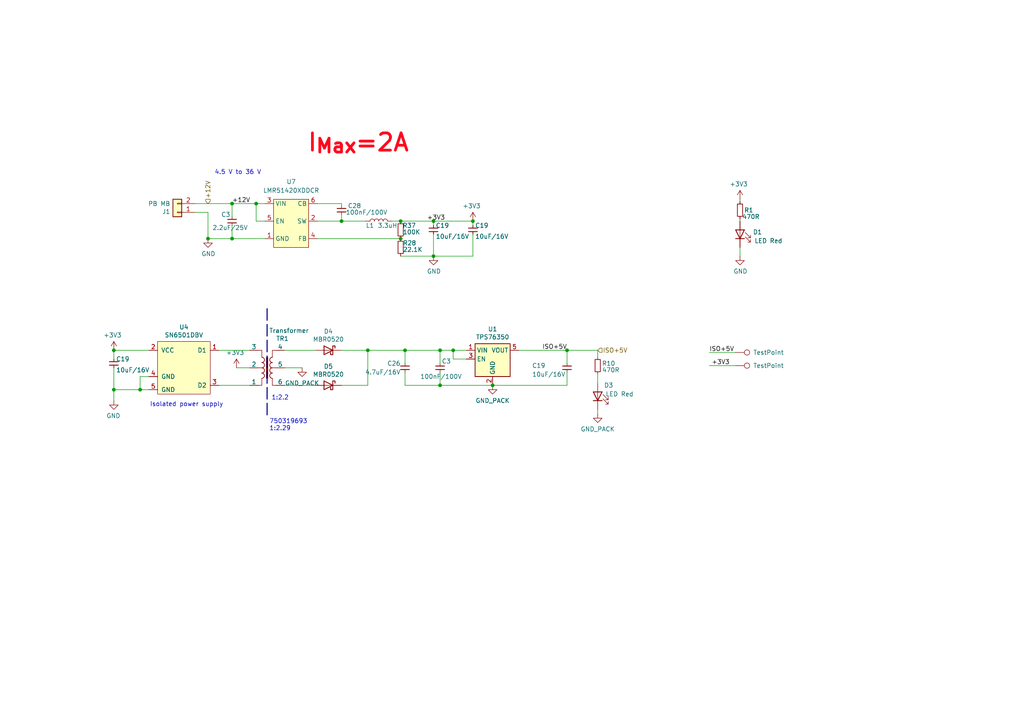
<source format=kicad_sch>
(kicad_sch (version 20231120) (generator "eeschema") (generator_version "8.0")
  (paper "A4")
  (title_block (date "2023-10-19") (rev "V0.1") (company "teTra"))
  (lib_symbols
    (symbol "Connector:TestPoint" (pin_numbers hide) (pin_names (offset 0.762) hide)
      (property "Reference" "TP" (at 0 6.858 0))
      (property "Value" "TestPoint" (at 0 5.08 0))
      (symbol "TestPoint_0_1"
        (circle (center 0 3.302) (radius 0.762))
      )
      (symbol "TestPoint_1_1"
        (pin passive line (at 0 0 90) (length 2.54) (name "1") (number "1"))
      )
    )
    (symbol "Connector_Generic:Conn_01x02" (pin_names (offset 1.016) hide)
      (property "Reference" "J" (at 0 2.54 0))
      (property "Value" "Conn_01x02" (at 0 -5.08 0))
      (symbol "Conn_01x02_1_1"
        (rectangle (start -1.27 -2.413) (end 0 -2.667) (stroke (width 0.1524)))
        (rectangle (start -1.27 0.127) (end 0 -0.127) (stroke (width 0.1524)))
        (rectangle (start -1.27 1.27) (end 1.27 -3.81) (stroke (width 0.254)) (fill (type background)))
        (pin passive line (at -5.08 0 0) (length 3.81) (name "Pin_1") (number "1"))
        (pin passive line (at -5.08 -2.54 0) (length 3.81) (name "Pin_2") (number "2"))
      )
    )
    (symbol "Device:C" (pin_numbers hide) (pin_names (offset 0.254))
      (property "Reference" "C" (at 0.635 2.54 0))
      (property "Value" "C" (at 0.635 -2.54 0))
      (symbol "C_1_1"
        (polyline (pts (xy -1.27 -0.508) (xy 1.27 -0.508)) (stroke (width 0.254)))
        (polyline (pts (xy -1.27 0.508) (xy 1.27 0.508)) (stroke (width 0.254)))
        (pin passive line (at 0 1.27 270) (length 0.762) (name "~") (number "1"))
        (pin passive line (at 0 -1.27 90) (length 0.762) (name "~") (number "2"))
      )
    )
    (symbol "Device:L" (pin_numbers hide) (pin_names (offset 1.016) hide)
      (property "Reference" "L" (at -1.27 0 90))
      (property "Value" "L" (at 1.905 0 90))
      (symbol "L_0_1"
        (arc (start 0 -2.54) (mid 0.6323 -1.905) (end 0 -1.27))
        (arc (start 0 -1.27) (mid 0.6323 -0.635) (end 0 0))
        (arc (start 0 0) (mid 0.6323 0.635) (end 0 1.27))
        (arc (start 0 1.27) (mid 0.6323 1.905) (end 0 2.54))
      )
      (symbol "L_1_1"
        (pin passive line (at 0 3.81 270) (length 1.27) (name "1") (number "1"))
        (pin passive line (at 0 -3.81 90) (length 1.27) (name "2") (number "2"))
      )
    )
    (symbol "Device:LED" (pin_numbers hide) (pin_names (offset 1.016) hide)
      (property "Reference" "D" (at -0.762 -2.54 0))
      (property "Value" "LED" (at -0.762 4.318 0))
      (symbol "LED_0_1"
        (polyline (pts (xy 1.27 0) (xy -1.27 0)))
        (polyline (pts (xy 1.27 1.27) (xy 1.27 -1.27)) (stroke (width 0.254)))
        (polyline (pts (xy -1.27 1.27) (xy -1.27 -1.27) (xy 1.27 0) (xy -1.27 1.27)) (stroke (width 0.254)))
        (polyline (pts (xy -0.508 1.524) (xy 1.016 3.048) (xy 0.254 3.048) (xy 1.016 3.048) (xy 1.016 2.286)))
        (polyline (pts (xy 0.762 1.524) (xy 2.286 3.048) (xy 1.524 3.048) (xy 2.286 3.048) (xy 2.286 2.286)))
      )
      (symbol "LED_1_1"
        (pin passive line (at 3.81 0 180) (length 2.54) (name "K") (number "1"))
        (pin passive line (at -3.81 0 0) (length 2.54) (name "A") (number "2"))
      )
    )
    (symbol "Device:R_Small" (pin_numbers hide) (pin_names (offset 0.254) hide)
      (property "Reference" "R" (at 0.762 0.508 0))
      (property "Value" "R_Small" (at 0.762 -1.016 0))
      (symbol "R_Small_0_1"
        (rectangle (start -0.762 1.778) (end 0.762 -1.778) (stroke (width 0.2032)))
      )
      (symbol "R_Small_1_1"
        (pin passive line (at 0 2.54 270) (length 0.762) (name "~") (number "1"))
        (pin passive line (at 0 -2.54 90) (length 0.762) (name "~") (number "2"))
      )
    )
    (symbol "Diode:MBR0520" (pin_numbers hide) (pin_names (offset 1.016) hide)
      (property "Reference" "D" (at 0 2.54 0))
      (property "Value" "MBR0520" (at 0 -2.54 0))
      (symbol "MBR0520_0_1"
        (polyline (pts (xy 1.27 0) (xy -1.27 0)))
        (polyline (pts (xy 1.27 1.27) (xy 1.27 -1.27) (xy -1.27 0) (xy 1.27 1.27)) (stroke (width 0.254)))
        (polyline (pts (xy -1.905 0.635) (xy -1.905 1.27) (xy -1.27 1.27) (xy -1.27 -1.27) (xy -0.635 -1.27) (xy -0.635 -0.635)) (stroke (width 0.254)))
      )
      (symbol "MBR0520_1_1"
        (pin passive line (at -3.81 0 0) (length 2.54) (name "K") (number "1"))
        (pin passive line (at 3.81 0 180) (length 2.54) (name "A") (number "2"))
      )
    )
    (symbol "ENNOID:SN65601DBV" (pin_names (offset 1.016))
      (property "Reference" "U" (at 0 -8.89 0))
      (property "Value" "SN65601DBV" (at 0 8.89 0))
      (symbol "SN65601DBV_0_1"
        (rectangle (start -7.62 7.62) (end 7.62 -7.62) (fill (type background)))
      )
      (symbol "SN65601DBV_1_1"
        (pin input line (at -10.16 5.08 0) (length 2.54) (name "D1") (number "1"))
        (pin input line (at 10.16 5.08 180) (length 2.54) (name "VCC") (number "2"))
        (pin input line (at -10.16 -5.08 0) (length 2.54) (name "D2") (number "3"))
        (pin input line (at 10.16 -2.54 180) (length 2.54) (name "GND") (number "4"))
        (pin input line (at 10.16 -6.35 180) (length 2.54) (name "GND") (number "5"))
      )
    )
    (symbol "Power_Supervisor:TPS76350"
      (property "Reference" "U" (at 0 0 0))
      (symbol "TPS76350_0_1"
        (rectangle (start -5.08 4.445) (end 5.08 -5.08) (stroke (width 0.254)) (fill (type background)))
      )
      (symbol "TPS76350_1_1"
        (pin power_in line (at -7.62 2.54 0) (length 2.54) (name "VIN") (number "1"))
        (pin power_in line (at 0 -7.62 90) (length 2.54) (name "GND") (number "2"))
        (pin input line (at -7.62 0 0) (length 2.54) (name "EN") (number "3"))
        (pin no_connect line (at 7.62 0 180) (length 2.54) hide (name "NC") (number "4"))
        (pin power_out line (at 7.62 2.54 180) (length 2.54) (name "VOUT") (number "5"))
      )
    )
    (symbol "Regulator_Switching:LMR51420"
      (property "Reference" "U" (at 2.54 7.62 0))
      (property "Value" "LM51420" (at 0 0 0))
      (symbol "LMR51420_1_1"
        (rectangle (start -2.54 6.35) (end 7.62 -7.62) (fill (type background)))
        (pin input line (at -5.08 -5.08 0) (length 2.54) (name "GND") (number "1"))
        (pin input line (at 10.16 0 180) (length 2.54) (name "SW") (number "2"))
        (pin input line (at -5.08 5.08 0) (length 2.54) (name "VIN") (number "3"))
        (pin input line (at 10.16 -5.08 180) (length 2.54) (name "FB") (number "4"))
        (pin input line (at -5.08 0 0) (length 2.54) (name "EN") (number "5"))
        (pin input line (at 10.16 5.08 180) (length 2.54) (name "CB") (number "6"))
      )
    )
    (symbol "Transformer:TRANSF5" (pin_numbers hide) (pin_names (offset 0))
      (property "Reference" "TR" (at 0 6.35 0))
      (property "Value" "TRANSF5" (at 0 -6.35 0))
      (symbol "TRANSF5_0_1"
        (arc (start -1.524 -3.048) (mid -0.7653 -2.286) (end -1.524 -1.524) (stroke (width 0.2032)))
        (arc (start -1.524 -1.524) (mid -0.7653 -0.762) (end -1.524 0) (stroke (width 0.2032)))
        (arc (start -1.524 0) (mid -0.7653 0.762) (end -1.524 1.524) (stroke (width 0.2032)))
        (arc (start -1.524 1.524) (mid -0.7653 2.286) (end -1.524 3.048) (stroke (width 0.2032)))
        (rectangle (start -0.254 3.048) (end 0.254 -3.048) (stroke (width 0.0254)) (fill (type outline)))
        (polyline (pts (xy -1.524 0) (xy -2.54 0) (xy -2.54 0)) (fill (type outline)))
        (polyline (pts (xy 1.524 0) (xy 2.54 0) (xy 2.54 0)) (fill (type outline)))
        (polyline (pts (xy -2.54 5.08) (xy -1.524 5.08) (xy -1.524 3.048) (xy -1.524 3.048)) (stroke (width 0.1524)))
        (polyline (pts (xy -1.524 -3.048) (xy -1.524 -5.08) (xy -2.54 -5.08) (xy -2.54 -5.08)) (stroke (width 0.1524)))
        (polyline (pts (xy 1.524 3.048) (xy 1.524 5.08) (xy 2.54 5.08) (xy 2.54 5.08)) (stroke (width 0.1524)))
        (polyline (pts (xy 2.54 -5.08) (xy 1.524 -5.08) (xy 1.524 -3.048) (xy 1.524 -3.048)) (stroke (width 0.1524)))
        (arc (start 1.524 -1.524) (mid 0.7653 -2.286) (end 1.524 -3.048) (stroke (width 0.2032)))
        (arc (start 1.524 0) (mid 0.7653 -0.762) (end 1.524 -1.524) (stroke (width 0.2032)))
        (arc (start 1.524 1.524) (mid 0.7653 0.762) (end 1.524 0) (stroke (width 0.2032)))
        (arc (start 1.524 3.048) (mid 0.7653 2.286) (end 1.524 1.524) (stroke (width 0.2032)))
      )
      (symbol "TRANSF5_1_1"
        (pin passive line (at -5.08 5.08 0) (length 2.54) (name "1") (number "1"))
        (pin passive line (at -5.08 0 0) (length 2.54) (name "2") (number "2"))
        (pin passive line (at -5.08 -5.08 0) (length 2.54) (name "3") (number "3"))
        (pin passive line (at 5.08 -5.08 180) (length 2.54) (name "4") (number "4"))
        (pin passive line (at 5.08 0 180) (length 2.54) (name "5") (number "5"))
        (pin passive line (at 5.08 5.08 180) (length 2.54) (name "6") (number "6"))
      )
    )
    (symbol "power:+3V3" (power) (pin_names (offset 0))
      (property "Value" "+3V3" (at 0 3.556 0))
      (symbol "+3V3_0_1"
        (polyline (pts (xy -0.762 1.27) (xy 0 2.54)))
        (polyline (pts (xy 0 0) (xy 0 2.54)))
        (polyline (pts (xy 0 2.54) (xy 0.762 1.27)))
      )
      (symbol "+3V3_1_1"
        (pin power_in line (at 0 0 90) (length 0) hide (name "+3V3") (number "1"))
      )
    )
    (symbol "power:GND" (power) (pin_names (offset 0))
      (property "Value" "GND" (at 0 -3.81 0))
      (symbol "GND_0_1"
        (polyline (pts (xy 0 0) (xy 0 -1.27) (xy 1.27 -1.27) (xy 0 -2.54) (xy -1.27 -1.27) (xy 0 -1.27)))
      )
      (symbol "GND_1_1"
        (pin power_in line (at 0 0 270) (length 0) hide (name "GND") (number "1"))
      )
    )
    (symbol "power:GND_PACK" (power) (pin_names (offset 0))
      (property "Value" "GND_PACK" (at 0 -3.81 0))
      (symbol "GND_PACK_0_1"
        (polyline (pts (xy 0 0) (xy 0 -1.27) (xy 1.27 -1.27) (xy 0 -2.54) (xy -1.27 -1.27) (xy 0 -1.27)))
      )
      (symbol "GND_PACK_1_1"
        (pin power_in line (at 0 0 270) (length 0) hide (name "GND_PACK") (number "1"))
      )
    )
  )
  (junction (at 116.205 69.215))
  (junction (at 40.64 113.03))
  (junction (at 137.16 64.135))
  (junction (at 106.68 101.6))
  (junction (at 116.205 64.135))
  (junction (at 164.465 101.6))
  (junction (at 99.06 64.135))
  (junction (at 131.445 101.6))
  (junction (at 67.31 69.215))
  (junction (at 33.02 113.03))
  (junction (at 127.635 101.6))
  (junction (at 125.73 74.295))
  (junction (at 142.875 111.76))
  (junction (at 127.635 111.76))
  (junction (at 67.31 59.055))
  (junction (at 117.475 101.6))
  (junction (at 125.73 64.135))
  (junction (at 33.02 101.6))
  (junction (at 74.295 59.055))
  (junction (at 60.325 69.215))
  (wire (pts (xy 99.06 59.69) (xy 99.06 59.055)))
  (wire (pts (xy 74.295 59.055) (xy 74.295 64.135)))
  (wire (pts (xy 164.465 101.6) (xy 150.495 101.6)))
  (wire (pts (xy 99.06 111.76) (xy 106.68 111.76)))
  (wire (pts (xy 205.74 106.045) (xy 213.36 106.045)))
  (wire (pts (xy 99.06 62.23) (xy 99.06 64.135)))
  (wire (pts (xy 33.02 106.68) (xy 33.02 113.03)))
  (wire (pts (xy 164.465 101.6) (xy 164.465 105.41)))
  (wire (pts (xy 67.31 65.405) (xy 67.31 69.215)))
  (bus (pts (xy 77.47 89.535) (xy 77.47 120.65)) (stroke (width 0) (type dash)))
  (wire (pts (xy 60.325 69.215) (xy 67.31 69.215)))
  (wire (pts (xy 164.465 101.6) (xy 173.355 101.6)))
  (wire (pts (xy 82.55 106.68) (xy 87.63 106.68)))
  (wire (pts (xy 106.68 101.6) (xy 99.06 101.6)))
  (wire (pts (xy 214.63 63.5) (xy 214.63 64.135)))
  (wire (pts (xy 56.515 59.055) (xy 67.31 59.055)))
  (wire (pts (xy 33.02 101.6) (xy 33.02 104.14)))
  (wire (pts (xy 56.515 61.595) (xy 60.325 61.595)))
  (wire (pts (xy 173.355 108.585) (xy 173.355 111.125)))
  (wire (pts (xy 33.02 113.03) (xy 33.02 116.205)))
  (wire (pts (xy 92.075 69.215) (xy 116.205 69.215)))
  (wire (pts (xy 67.31 69.215) (xy 76.835 69.215)))
  (wire (pts (xy 214.63 58.42) (xy 214.63 57.785)))
  (wire (pts (xy 92.075 64.135) (xy 99.06 64.135)))
  (wire (pts (xy 125.73 64.135) (xy 125.73 65.405)))
  (wire (pts (xy 40.64 113.03) (xy 43.18 113.03)))
  (wire (pts (xy 131.445 104.14) (xy 131.445 101.6)))
  (wire (pts (xy 117.475 101.6) (xy 106.68 101.6)))
  (wire (pts (xy 116.205 74.295) (xy 125.73 74.295)))
  (wire (pts (xy 67.31 59.055) (xy 74.295 59.055)))
  (wire (pts (xy 74.295 64.135) (xy 76.835 64.135)))
  (wire (pts (xy 135.255 101.6) (xy 131.445 101.6)))
  (wire (pts (xy 74.295 59.055) (xy 76.835 59.055)))
  (wire (pts (xy 60.325 61.595) (xy 60.325 69.215)))
  (wire (pts (xy 72.39 106.68) (xy 68.58 106.68)))
  (wire (pts (xy 67.31 59.055) (xy 67.31 62.865)))
  (wire (pts (xy 92.075 59.055) (xy 99.06 59.055)))
  (wire (pts (xy 116.205 64.135) (xy 125.73 64.135)))
  (wire (pts (xy 33.02 101.6) (xy 43.18 101.6)))
  (wire (pts (xy 137.16 64.135) (xy 137.16 65.405)))
  (wire (pts (xy 99.06 64.135) (xy 106.045 64.135)))
  (wire (pts (xy 131.445 101.6) (xy 127.635 101.6)))
  (wire (pts (xy 135.255 104.14) (xy 131.445 104.14)))
  (wire (pts (xy 137.16 67.945) (xy 137.16 74.295)))
  (wire (pts (xy 113.665 64.135) (xy 116.205 64.135)))
  (wire (pts (xy 91.44 101.6) (xy 82.55 101.6)))
  (wire (pts (xy 127.635 101.6) (xy 117.475 101.6)))
  (wire (pts (xy 72.39 101.6) (xy 63.5 101.6)))
  (wire (pts (xy 127.635 107.95) (xy 127.635 111.76)))
  (wire (pts (xy 43.18 109.22) (xy 40.64 109.22)))
  (wire (pts (xy 214.63 71.755) (xy 214.63 74.295)))
  (wire (pts (xy 91.44 111.76) (xy 82.55 111.76)))
  (wire (pts (xy 117.475 107.95) (xy 117.475 111.76)))
  (wire (pts (xy 125.73 67.945) (xy 125.73 74.295)))
  (wire (pts (xy 164.465 111.76) (xy 142.875 111.76)))
  (wire (pts (xy 72.39 111.76) (xy 63.5 111.76)))
  (wire (pts (xy 117.475 101.6) (xy 117.475 105.41)))
  (wire (pts (xy 40.64 113.03) (xy 33.02 113.03)))
  (wire (pts (xy 127.635 111.76) (xy 117.475 111.76)))
  (wire (pts (xy 173.355 101.6) (xy 173.355 103.505)))
  (wire (pts (xy 173.355 118.745) (xy 173.355 120.015)))
  (wire (pts (xy 205.74 102.235) (xy 213.36 102.235)))
  (wire (pts (xy 164.465 107.95) (xy 164.465 111.76)))
  (wire (pts (xy 40.64 109.22) (xy 40.64 113.03)))
  (wire (pts (xy 106.68 101.6) (xy 106.68 111.76)))
  (wire (pts (xy 127.635 101.6) (xy 127.635 105.41)))
  (wire (pts (xy 125.73 74.295) (xy 137.16 74.295)))
  (wire (pts (xy 142.875 111.76) (xy 127.635 111.76)))
  (wire (pts (xy 137.16 64.135) (xy 125.73 64.135)))
  (text "1:2.2" (at 78.74 116.205 0) (effects (font (size 1.27 1.27)) (justify left bottom)))
  (text "I_{Max}=2A" (at 88.9 44.45 0) (effects (font (size 5 5) (thickness 0.8) (bold yes)) (justify left bottom)))
  (text "Isolated power supply" (at 64.77 118.11 0) (effects (font (size 1.27 1.27)) (justify right bottom)))
  (text "750319693   \n1:2.29" (at 78.105 125.095 0) (effects (font (size 1.27 1.27)) (justify left bottom)))
  (text "4.5 V to 36 V\n" (at 62.23 50.8 0) (effects (font (size 1.27 1.27)) (justify left bottom)))
  (label "+3V3" (at 206.375 106.045 0))
  (label "ISO+5V" (at 205.74 102.235 0))
  (label "+3V3" (at 123.825 64.135 0))
  (label "+12V" (at 67.31 59.055 0))
  (label "ISO+5V" (at 164.465 101.6 180))
  (hierarchical_label "ISO+5V" (shape input) (at 173.355 101.6 0))
  (hierarchical_label "+12V" (shape input) (at 60.325 59.055 90))
  (symbol (lib_id "Device:L") (at 109.855 64.135 90) (unit 1)
    (property "Reference" "L1" (at 107.315 65.405 90))
    (property "Value" "3.3uH" (at 112.395 65.405 90))
    (property "Footprint" "Inductor_SMD:L_Bourns_SRP5030T" (effects (hide yes)))
    (property "Datasheet" "https://www.bourns.com/docs/Product-Datasheets/SRP5030CC.pdf" (effects (hide yes)))
    (property "Description" "3.3 µH Shielded Wirewound Inductor 5 A 38mOhm Max Nonstandard" (effects (hide yes)))
    (property "MPN" "SRP5030CC-3R3M" (effects (hide yes)))
    (property "Link" "https://www.digikey.jp/en/products/detail/bourns-inc/SRP5030CC-3R3M/21263799?s=N4IgTCBcDaIMoCUAKBWADAZjQYWwWgwQwFkQBdAXyA" (effects (hide yes)))
  )
  (symbol (lib_id "power:GND") (at 125.73 74.295 0) (unit 1)
    (property "Reference" "#PWR043" (effects (hide yes)))
    (property "Value" "GND" (at 125.857 78.6892 0))
  )
  (symbol (lib_id "power:GND") (at 60.325 69.215 0) (unit 1)
    (property "Reference" "#PWR038" (effects (hide yes)))
    (property "Value" "GND" (at 60.452 73.6092 0))
  )
  (symbol (lib_id "ENNOID:SN65601DBV") (at 53.34 106.68 0) (mirror y) (unit 1)
    (property "Reference" "U4" (at 53.34 94.869 0))
    (property "Value" "SN6501DBV" (at 53.34 97.1804 0))
    (property "Footprint" "Package_TO_SOT_SMD:SOT-23-5" (effects (hide yes)))
    (property "Datasheet" "https://www.ti.com.cn/cn/lit/ds/symlink/sn6501.pdf?ts=1707800085827&ref_url=https%253A%252F%252Fwww.ti.com.cn%252Fsitesearch%252Fzh-cn%252Fdocs%252Funiversalsearch.tsp%253FlangPref%253Dzh-CN%2526searchTerm%253DSN6501DBV%2526nr%253D33" (effects (hide yes)))
    (property "Description" "Transformer Driver PMIC SOT-23-5" (effects (hide yes)))
    (property "MPN" "SN6501DBVR" (effects (hide yes)))
    (property "Link" "https://www.digikey.jp/en/products/detail/texas-instruments/SN6501DBVR/3431175?s=N4IgTCBcDaIMoDkBsBWADARgCICEBqASiALoC%2BQA" (effects (hide yes)))
  )
  (symbol (lib_id "Connector:TestPoint") (at 213.36 106.045 270) (unit 1)
    (property "Reference" "TP2" (effects (hide yes)))
    (property "Value" "TestPoint" (at 218.44 106.045 90) (effects (justify left)))
    (property "Footprint" "TestPoint:TestPoint_Pad_D1.0mm" (effects (hide yes)))
  )
  (symbol (lib_id "power:+3V3") (at 68.58 106.68 0) (mirror y) (unit 1)
    (property "Reference" "#PWR022" (effects (hide yes)))
    (property "Value" "+3V3" (at 68.199 102.2858 0))
  )
  (symbol (lib_id "Connector:TestPoint") (at 213.36 102.235 270) (unit 1)
    (property "Reference" "TP1" (effects (hide yes)))
    (property "Value" "TestPoint" (at 218.44 102.235 90) (effects (justify left)))
    (property "Footprint" "TestPoint:TestPoint_Pad_D1.0mm" (effects (hide yes)))
  )
  (symbol (lib_id "power:GND") (at 214.63 74.295 0) (unit 1)
    (property "Reference" "#PWR02" (effects (hide yes)))
    (property "Value" "GND" (at 214.757 78.6892 0))
  )
  (symbol (lib_id "Diode:MBR0520") (at 95.25 111.76 0) (mirror y) (unit 1)
    (property "Reference" "D5" (at 95.25 106.2736 0))
    (property "Value" "MBR0520" (at 95.25 108.585 0))
    (property "Footprint" "Diode_SMD:D_SOD-123" (effects (hide yes)))
    (property "Datasheet" "http://www.mccsemi.com/up_pdf/MBR0520~MBR0580(SOD123).pdf" (effects (hide yes)))
    (property "Description" "Diode 20 V 500mA Surface Mount SOD-123" (effects (hide yes)))
    (property "MPN" "MBR0520-TP" (effects (hide yes)))
    (property "Link" "https://www.digikey.jp/en/products/detail/micro-commercial-co/MBR0520-TP/717250" (effects (hide yes)))
  )
  (symbol (lib_id "power:GND_PACK") (at 142.875 111.76 0) (mirror y) (unit 1)
    (property "Reference" "#PWR079" (effects (hide yes)))
    (property "Value" "GND_PACK" (at 142.875 116.205 0))
    (instances (project "LTC6811_ESP32_V1.2" (path "" (reference "#PWR098") (unit 1)) (path "" (reference "#PWR017") (unit 1)) (path "" (reference "#PWR017") (unit 1)) (path "" (reference "#PWR079") (unit 1))))
  )
  (symbol (lib_id "Device:C") (at 137.16 66.675 0) (unit 1)
    (property "Reference" "C19" (at 137.795 65.405 0) (effects (justify left)))
    (property "Value" "10uF/16V" (at 137.795 68.58 0) (effects (justify left)))
    (property "Footprint" "Capacitor_SMD:C_0805_2012Metric" (effects (hide yes)))
    (property "Datasheet" "https://mm.digikey.com/Volume0/opasdata/d220001/medias/docus/609/CL21A106KOQNNNE_Spec.pdf" (effects (hide yes)))
    (property "Description" "10 µF ±10% 16V Ceramic Capacitor X5R 0805 (2012 Metric)" (effects (hide yes)))
    (property "MPN" "CL21A106KOQNNNE" (effects (hide yes)))
    (property "Link" "https://www.digikey.jp/en/products/detail/samsung-electro-mechanics/CL21A106KOQNNNE/3886754" (effects (hide yes)))
    (instances (project "Gachacon_Sensor" (path "" (reference "C19") (unit 1))) (project "LTC6811_ESP32_V1.2" (path "" (reference "C5") (unit 1)) (path "" (reference "C24") (unit 1)) (path "" (reference "C13") (unit 1))) (project "R&C_library" (path "" (reference "C47") (unit 1))))
  )
  (symbol (lib_id "power:GND_PACK") (at 87.63 106.68 0) (mirror y) (unit 1)
    (property "Reference" "#PWR079" (effects (hide yes)))
    (property "Value" "GND_PACK" (at 87.63 111.125 0))
    (instances (project "LTC6811_ESP32_V1.2" (path "" (reference "#PWR098") (unit 1)) (path "" (reference "#PWR021") (unit 1)) (path "" (reference "#PWR021") (unit 1)) (path "" (reference "#PWR079") (unit 1))))
  )
  (symbol (lib_id "Diode:MBR0520") (at 95.25 101.6 0) (mirror y) (unit 1)
    (property "Reference" "D4" (at 95.25 96.1136 0))
    (property "Value" "MBR0520" (at 95.25 98.425 0))
    (property "Footprint" "Diode_SMD:D_SOD-123" (effects (hide yes)))
    (property "Datasheet" "http://www.mccsemi.com/up_pdf/MBR0520~MBR0580(SOD123).pdf" (effects (hide yes)))
    (property "Description" "Diode 20 V 500mA Surface Mount SOD-123" (effects (hide yes)))
    (property "MPN" "MBR0520-TP" (effects (hide yes)))
    (property "Link" "https://www.digikey.jp/en/products/detail/micro-commercial-co/MBR0520-TP/717250" (effects (hide yes)))
  )
  (symbol (lib_id "Device:LED") (at 214.63 67.945 270) (unit 1)
    (property "Reference" "D1" (at 219.71 67.31 90))
    (property "Value" "LED Red" (at 222.885 69.85 90))
    (property "Footprint" "LED_SMD:LED_0603_1608Metric" (effects (hide yes)))
    (property "Datasheet" "https://optoelectronics.liteon.com/upload/download/DS-22-99-0151/LTST-C190KRKT.pdf" (effects (hide yes)))
    (property "Description" "Red 631nm LED Indication - Discrete 2V 0603 (1608 Metric)" (effects (hide yes)))
    (property "Link" "https://www.digikey.jp/en/products/detail/liteon/LTST-C190KRKT/386817" (effects (hide yes)))
    (property "MPN" "LTST-C190KRKT" (effects (hide yes)))
    (instances (project "LTC6811_ESP32_V1.2" (path "" (reference "D1") (unit 1)) (path "" (reference "D1") (unit 1))) (project "L9963E+ESP32_V1.0" (path "" (reference "D4") (unit 1))))
  )
  (symbol (lib_id "Device:R_Small") (at 116.205 71.755 0) (unit 1)
    (property "Reference" "R28" (at 116.84 70.485 0) (effects (justify left)))
    (property "Value" "22.1K" (at 116.84 72.39 0) (effects (justify left)))
    (property "Footprint" "Resistor_SMD:R_0603_1608Metric" (effects (hide yes)))
    (property "Datasheet" "https://www.seielect.com/catalog/sei-rmcf_rmcp.pdf" (effects (hide yes)))
    (property "Description" "22.1 kOhms ±1% 0.1W, 1/10W Chip Resistor 0603 (1608 Metric) Automotive AEC-Q200 Thick Film" (effects (hide yes)))
    (property "Link" "https://www.digikey.jp/en/products/detail/stackpole-electronics-inc/RMCF0603FT22K1/1760764" (effects (hide yes)))
    (property "MPN" "RMCF0603FT22K1" (effects (hide yes)))
    (instances (project "Gachacon_Sensor" (path "" (reference "R28") (unit 1))) (project "LTC6811_ESP32_V1.2" (path "" (reference "R38") (unit 1))) (project "R&C_library" (path "" (reference "R30") (unit 1))) (project "L9963E+ESP32" (path "" (reference "R65") (unit 1))))
  )
  (symbol (lib_id "power:+3V3") (at 137.16 64.135 0) (mirror y) (unit 1)
    (property "Reference" "#PWR022" (effects (hide yes)))
    (property "Value" "+3V3" (at 136.779 59.7408 0))
    (instances (project "LTC6811_ESP32_V1.2" (path "" (reference "#PWR04") (unit 1)) (path "" (reference "#PWR022") (unit 1))))
  )
  (symbol (lib_id "Device:R_Small") (at 173.355 106.045 180) (unit 1)
    (property "Reference" "R10" (at 176.53 105.41 0))
    (property "Value" "470R" (at 177.165 107.315 0))
    (property "Footprint" "Resistor_SMD:R_0603_1608Metric" (effects (hide yes)))
    (property "Datasheet" "https://www.yageo.com/upload/media/product/products/datasheet/rchip/PYu-RC_Group_51_RoHS_L_12.pdf" (effects (hide yes)))
    (property "Description" "470 Ohms ±5% 0.1W, 1/10W Chip Resistor 0603 (1608 Metric) Moisture Resistant Thick Film" (effects (hide yes)))
    (property "MPN" "RC0603JR-07470RL" (effects (hide yes)))
    (property "Link" "https://www.digikey.jp/en/products/detail/yageo/RC0603JR-07470RL/726791?s=N4IgTCBcDaIEoGEAMA2JBmAUnAtEg7ACz5JwAyIAugL5A" (effects (hide yes)))
  )
  (symbol (lib_id "Device:C") (at 33.02 105.41 0) (unit 1)
    (property "Reference" "C19" (at 33.655 104.14 0) (effects (justify left)))
    (property "Value" "10uF/16V" (at 33.655 107.315 0) (effects (justify left)))
    (property "Footprint" "Capacitor_SMD:C_0805_2012Metric" (effects (hide yes)))
    (property "Datasheet" "https://mm.digikey.com/Volume0/opasdata/d220001/medias/docus/609/CL21A106KOQNNNE_Spec.pdf" (effects (hide yes)))
    (property "Description" "10 µF ±10% 16V Ceramic Capacitor X5R 0805 (2012 Metric)" (effects (hide yes)))
    (property "MPN" "CL21A106KOQNNNE" (effects (hide yes)))
    (property "Link" "https://www.digikey.jp/en/products/detail/samsung-electro-mechanics/CL21A106KOQNNNE/3886754" (effects (hide yes)))
    (instances (project "Gachacon_Sensor" (path "" (reference "C19") (unit 1))) (project "LTC6811_ESP32_V1.2" (path "" (reference "C5") (unit 1)) (path "" (reference "C13") (unit 1)) (path "" (reference "C13") (unit 1))) (project "R&C_library" (path "" (reference "C47") (unit 1))))
  )
  (symbol (lib_id "Connector_Generic:Conn_01x02") (at 51.435 61.595 180) (unit 1)
    (property "Reference" "J15" (at 49.403 61.3918 0) (effects (justify left)))
    (property "Value" "PB MB" (at 49.403 59.0804 0) (effects (justify left)))
    (property "Footprint" "Connector_JST:JST_VH_B2P-VH-B_1x02_P3.96mm_Vertical" (effects (hide yes)))
    (property "Datasheet" "https://www.jst-mfg.com/product/pdf/eng/eVH.pdf" (effects (hide yes)))
    (property "Description" "Connector Header Through Hole 2 position 0.156\" (3.96mm)" (effects (hide yes)))
    (property "MPN" "B2P-VH" (effects (hide yes)))
    (property "Link" "https://www.digikey.jp/en/products/detail/jst-sales-america-inc/B2P-VH/926547" (effects (hide yes)))
    (instances (project "LTC6811_ESP32_V1.2" (path "" (reference "J1") (unit 1)) (path "" (reference "J15") (unit 1))) (project "BMS_LTC6811_Slaves_12W" (path "" (reference "J3") (unit 1))))
  )
  (symbol (lib_id "Transformer:TRANSF5") (at 77.47 106.68 0) (mirror x) (unit 1)
    (property "Reference" "TR1" (at 81.915 98.1964 0))
    (property "Value" "Transformer" (at 83.82 95.885 0))
    (property "Footprint" "Connector_Wuerth:WURTH-760390015" (effects (hide yes)))
    (property "Datasheet" "https://mm.digikey.com/Volume0/opasdata/d220001/medias/docus/2416/760390015%20Dwg.pdf" (effects (hide yes)))
    (property "Description" "Forward, Push-Pull Converters For For DC/DC Converters SMPS Transformer 3125Vrms Isolation 10kHz Surface Mount" (effects (hide yes)))
    (property "MPN" "760390015" (effects (hide yes)))
    (property "Link" "https://www.digikey.jp/en/products/detail/w%C3%BCrth-elektronik/760390015/3831267" (effects (hide yes)))
  )
  (symbol (lib_id "power:GND_PACK") (at 173.355 120.015 0) (mirror y) (unit 1)
    (property "Reference" "#PWR079" (effects (hide yes)))
    (property "Value" "GND_PACK" (at 173.355 124.46 0))
    (instances (project "LTC6811_ESP32_V1.2" (path "" (reference "#PWR098") (unit 1)) (path "" (reference "#PWR016") (unit 1)) (path "" (reference "#PWR016") (unit 1)) (path "" (reference "#PWR079") (unit 1))))
  )
  (symbol (lib_id "power:GND") (at 33.02 116.205 0) (mirror y) (unit 1)
    (property "Reference" "#PWR024" (effects (hide yes)))
    (property "Value" "GND" (at 32.893 120.5992 0))
  )
  (symbol (lib_id "Device:C") (at 127.635 106.68 0) (mirror y) (unit 1)
    (property "Reference" "C3" (at 130.81 104.775 0) (effects (justify left)))
    (property "Value" "100nF/100V" (at 133.985 109.22 0) (effects (justify left)))
    (property "Footprint" "Capacitor_SMD:C_0603_1608Metric" (effects (hide yes)))
    (property "Datasheet" "https://www.digikey.jp/en/products/detail/samsung-electro-mechanics/CL10B104KC8NNNC/5961291?s=N4IgTCBcDaIMIBkCMAGAQqgLAaTgDgDki4AdEkAXQF8g" (effects (hide yes)))
    (property "Description" "0.1 µF ±10% 100V Ceramic Capacitor X7R 0603 (1608 Metric)" (effects (hide yes)))
    (property "MPN" "CL10B104KC8NNNC" (effects (hide yes)))
    (property "Link" "https://www.digikey.jp/en/products/detail/samsung-electro-mechanics/CL10B104KC8NNNC/5961291?s=N4IgTCBcDaIMIBkCMAGAQqgLAaTgDgDki4QBdAXyA" (effects (hide yes)))
    (instances (project "LTC6811_ESP32_V1.2" (path "" (reference "C3") (unit 1)) (path "" (reference "C2") (unit 1)) (path "" (reference "C2") (unit 1))))
  )
  (symbol (lib_id "Device:C") (at 67.31 64.135 0) (unit 1)
    (property "Reference" "C3" (at 64.135 62.23 0) (effects (justify left)))
    (property "Value" "2.2uF/25V" (at 61.595 66.04 0) (effects (justify left)))
    (property "Footprint" "Capacitor_SMD:C_0603_1608Metric" (effects (hide yes)))
    (property "Datasheet" "https://search.murata.co.jp/Ceramy/image/img/A01X/G101/ENG/GRM188R61E225KA12-01.pdf" (effects (hide yes)))
    (property "Description" "2.2 µF ±10% 25V Ceramic Capacitor X5R 0603 (1608 Metric)" (effects (hide yes)))
    (property "MPN" "GRM188R61E225KA12D" (effects (hide yes)))
    (property "Link" "https://www.digikey.jp/en/products/detail/murata-electronics/GRM188R61E225KA12D/4905349" (effects (hide yes)))
    (instances (project "LTC6811_ESP32_V1.2" (path "" (reference "C3") (unit 1))) (project "R&C_library" (path "" (reference "C45") (unit 1))) (project "L9963E+ESP32_V1.0" (path "" (reference "C38") (unit 1))))
  )
  (symbol (lib_id "Power_Supervisor:TPS76350") (at 142.875 104.14 0) (unit 1)
    (property "Reference" "U1" (at 142.875 95.4532 0))
    (property "Value" "TPS76350" (at 142.875 97.7646 0))
    (property "Footprint" "Package_TO_SOT_SMD:SOT-23-5" (effects (hide yes)))
    (property "Datasheet" "https://www.ti.com/general/docs/suppproductinfo.tsp?distId=10&gotoUrl=http%253A%252F%252Fwww.ti.com%252Flit%252Fgpn%252Ftps763" (effects (hide yes)))
    (property "Description" "Linear Voltage Regulator IC Positive Fixed 1 Output 150mA SOT-23-5" (effects (hide yes)))
    (property "MPN" "TPS76350DBVR" (effects (hide yes)))
    (property "Link" "https://www.digikey.jp/en/products/detail/texas-instruments/TPS76350DBVR/382163" (effects (hide yes)))
  )
  (symbol (lib_id "Device:C") (at 125.73 66.675 0) (unit 1)
    (property "Reference" "C19" (at 126.365 65.405 0) (effects (justify left)))
    (property "Value" "10uF/16V" (at 126.365 68.58 0) (effects (justify left)))
    (property "Footprint" "Capacitor_SMD:C_0805_2012Metric" (effects (hide yes)))
    (property "Datasheet" "https://mm.digikey.com/Volume0/opasdata/d220001/medias/docus/609/CL21A106KOQNNNE_Spec.pdf" (effects (hide yes)))
    (property "Description" "10 µF ±10% 16V Ceramic Capacitor X5R 0805 (2012 Metric)" (effects (hide yes)))
    (property "MPN" "CL21A106KOQNNNE" (effects (hide yes)))
    (property "Link" "https://www.digikey.jp/en/products/detail/samsung-electro-mechanics/CL21A106KOQNNNE/3886754" (effects (hide yes)))
    (instances (project "Gachacon_Sensor" (path "" (reference "C19") (unit 1))) (project "LTC6811_ESP32_V1.2" (path "" (reference "C5") (unit 1)) (path "" (reference "C10") (unit 1)) (path "" (reference "C13") (unit 1))) (project "R&C_library" (path "" (reference "C47") (unit 1))))
  )
  (symbol (lib_id "Device:C") (at 164.465 106.68 0) (unit 1)
    (property "Reference" "C19" (at 154.305 106.045 0) (effects (justify left)))
    (property "Value" "10uF/16V" (at 154.305 108.585 0) (effects (justify left)))
    (property "Footprint" "Capacitor_SMD:C_0805_2012Metric" (effects (hide yes)))
    (property "Datasheet" "https://mm.digikey.com/Volume0/opasdata/d220001/medias/docus/609/CL21A106KOQNNNE_Spec.pdf" (effects (hide yes)))
    (property "Description" "10 µF ±10% 16V Ceramic Capacitor X5R 0805 (2012 Metric)" (effects (hide yes)))
    (property "MPN" "CL21A106KOQNNNE" (effects (hide yes)))
    (property "Link" "https://www.digikey.jp/en/products/detail/samsung-electro-mechanics/CL21A106KOQNNNE/3886754" (effects (hide yes)))
    (instances (project "Gachacon_Sensor" (path "" (reference "C19") (unit 1))) (project "LTC6811_ESP32_V1.2" (path "" (reference "C5") (unit 1)) (path "" (reference "C1") (unit 1)) (path "" (reference "C13") (unit 1))) (project "R&C_library" (path "" (reference "C47") (unit 1))))
  )
  (symbol (lib_id "power:+3V3") (at 33.02 101.6 0) (mirror y) (unit 1)
    (property "Reference" "#PWR023" (effects (hide yes)))
    (property "Value" "+3V3" (at 32.639 97.2058 0))
  )
  (symbol (lib_id "power:+3V3") (at 214.63 57.785 0) (mirror y) (unit 1)
    (property "Reference" "#PWR022" (effects (hide yes)))
    (property "Value" "+3V3" (at 214.249 53.3908 0))
    (instances (project "LTC6811_ESP32_V1.2" (path "" (reference "#PWR01") (unit 1)) (path "" (reference "#PWR022") (unit 1))))
  )
  (symbol (lib_id "Device:LED") (at 173.355 114.935 270) (unit 1)
    (property "Reference" "D3" (at 176.53 111.76 90))
    (property "Value" "LED Red" (at 179.705 114.3 90))
    (property "Footprint" "LED_SMD:LED_0603_1608Metric" (effects (hide yes)))
    (property "Datasheet" "https://optoelectronics.liteon.com/upload/download/DS-22-99-0151/LTST-C190KRKT.pdf" (effects (hide yes)))
    (property "Description" "Red 631nm LED Indication - Discrete 2V 0603 (1608 Metric)" (effects (hide yes)))
    (property "Link" "https://www.digikey.jp/en/products/detail/liteon/LTST-C190KRKT/386817" (effects (hide yes)))
    (property "MPN" "LTST-C190KRKT" (effects (hide yes)))
    (instances (project "LTC6811_ESP32_V1.2" (path "" (reference "D3") (unit 1)) (path "" (reference "D3") (unit 1))) (project "L9963E+ESP32_V1.0" (path "" (reference "D4") (unit 1))))
  )
  (symbol (lib_id "Device:R_Small") (at 214.63 60.96 180) (unit 1)
    (property "Reference" "R1" (at 217.17 60.96 0))
    (property "Value" "470R" (at 217.805 62.865 0))
    (property "Footprint" "Resistor_SMD:R_0603_1608Metric" (effects (hide yes)))
    (property "Datasheet" "https://www.yageo.com/upload/media/product/products/datasheet/rchip/PYu-RC_Group_51_RoHS_L_12.pdf" (effects (hide yes)))
    (property "Description" "470 Ohms ±5% 0.1W, 1/10W Chip Resistor 0603 (1608 Metric) Moisture Resistant Thick Film" (effects (hide yes)))
    (property "MPN" "RC0603JR-07470RL" (effects (hide yes)))
    (property "Link" "https://www.digikey.jp/en/products/detail/yageo/RC0603JR-07470RL/726791?s=N4IgTCBcDaIEoGEAMA2JBmAUnAtEg7ACz5JwAyIAugL5A" (effects (hide yes)))
  )
  (symbol (lib_id "Device:C") (at 99.06 60.96 180) (unit 1)
    (property "Reference" "C28" (at 104.775 59.69 0) (effects (justify left)))
    (property "Value" "100nF/100V" (at 112.395 61.595 0) (effects (justify left)))
    (property "Footprint" "Capacitor_SMD:C_0603_1608Metric" (effects (hide yes)))
    (property "Datasheet" "https://www.digikey.jp/en/products/detail/samsung-electro-mechanics/CL10B104KC8NNNC/5961291?s=N4IgTCBcDaIMIBkCMAGAQqgLAaTgDgDki4AdEkAXQF8g" (effects (hide yes)))
    (property "Description" "0.1 µF ±10% 100V Ceramic Capacitor X7R 0603 (1608 Metric)" (effects (hide yes)))
    (property "Link" "https://www.digikey.jp/en/products/detail/samsung-electro-mechanics/CL10B104KC8NNNC/5961291?s=N4IgTCBcDaIMIBkCMAGAQqgLAaTgDgDki4QBdAXyA" (effects (hide yes)))
    (property "MPN" "CL10B104KC8NNNC" (effects (hide yes)))
    (instances (project "LTC6811_ESP32_V1.2" (path "" (reference "C28") (unit 1))) (project "R&C_library" (path "" (reference "C5") (unit 1))) (project "L9963E+ESP32_V1.0" (path "" (reference "C18") (unit 1))))
  )
  (symbol (lib_id "Device:C") (at 117.475 106.68 0) (mirror y) (unit 1)
    (property "Reference" "C26" (at 116.205 105.41 0) (effects (justify left)))
    (property "Value" "4.7uF/16V" (at 116.205 107.95 0) (effects (justify left)))
    (property "Footprint" "Capacitor_SMD:C_0603_1608Metric" (effects (hide yes)))
    (property "Datasheet" "https://mm.digikey.com/Volume0/opasdata/d220001/medias/docus/2328/CL10A475KO8NNNC_Spec.pdf" (effects (hide yes)))
    (property "Description" "4.7 µF ±10% 16V Ceramic Capacitor X5R 0603 (1608 Metric)" (effects (hide yes)))
    (property "MPN" "CL10A475KO8NNNC" (effects (hide yes)))
    (property "Link" "https://www.digikey.jp/en/products/detail/samsung-electro-mechanics/CL10A475KO8NNNC/3887442" (effects (hide yes)))
    (instances (project "LTC6811_ESP32_V1.2" (path "" (reference "C26") (unit 1))) (project "R&C_library" (path "" (reference "C40") (unit 1))) (project "BMS_BQ76940" (path "" (reference "C2") (unit 1))) (project "L9963E+ESP32_V1.0" (path "" (reference "C38") (unit 1))))
  )
  (symbol (lib_id "Device:R_Small") (at 116.205 66.675 180) (unit 1)
    (property "Reference" "R65" (at 120.65 65.405 0) (effects (justify left)))
    (property "Value" "100K" (at 121.92 67.31 0) (effects (justify left)))
    (property "Footprint" "Resistor_SMD:R_0603_1608Metric" (effects (hide yes)))
    (property "Datasheet" "https://www.yageo.com/upload/media/product/app/datasheet/rchip/pyu-rc_group_51_rohs_l.pdf" (effects (hide yes)))
    (property "Description" "100 kOhms ±5% 0.1W, 1/10W Chip Resistor 0603 (1608 Metric) Moisture Resistant Thick Film" (effects (hide yes)))
    (property "MPN" "RC0603JR-07100KL" (effects (hide yes)))
    (property "Link" "https://www.digikey.jp/en/products/detail/yageo/RC0603JR-07100KL/726698?s=N4IgTCBcDaIEoGEAMA2JBmAUnAtEg7AIxJIDSAMiALoC%2BQA" (effects (hide yes)))
    (instances (project "LTC6811_ESP32_V1.2" (path "" (reference "R37") (unit 1)) (path "" (reference "R65") (unit 1))) (project "LTC6811" (path "" (reference "R63") (unit 1))))
  )
  (symbol (lib_id "Regulator_Switching:LMR51420") (at 81.915 64.135 0) (unit 1)
    (property "Reference" "U7" (at 84.455 52.705 0))
    (property "Value" "LMR51420XDDCR" (at 84.455 55.245 0))
    (property "Footprint" "Package_TO_SOT_SMD:SOT-23-6_Handsoldering" (effects (hide yes)))
    (property "Datasheet" "https://www.ti.com/lit/ds/symlink/lmr51420.pdf" (effects (hide yes)))
    (property "Description" "Buck Switching Regulator IC Positive Adjustable 0.6V 1 Output 2A SOT-23-6 Thin, TSOT-23-6" (effects (hide yes)))
    (property "MPN" "LMR51420XDDCR" (effects (hide yes)))
    (property "Link" "https://www.digikey.jp/en/products/detail/texas-instruments/LMR51420XDDCR/16705125?s=N4IgTCBcDaIDIFkBKBWAjAFjABgBoBF8BhJEAXQF8g" (effects (hide yes)))
  )
)
</source>
